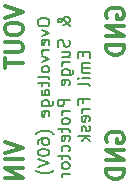
<source format=gbo>
G04 #@! TF.GenerationSoftware,KiCad,Pcbnew,5.0.0-fee4fd1~66~ubuntu16.04.1*
G04 #@! TF.CreationDate,2018-09-22T16:18:32+02:00*
G04 #@! TF.ProjectId,mav_ovp,6D61765F6F76702E6B696361645F7063,rev?*
G04 #@! TF.SameCoordinates,Original*
G04 #@! TF.FileFunction,Legend,Bot*
G04 #@! TF.FilePolarity,Positive*
%FSLAX46Y46*%
G04 Gerber Fmt 4.6, Leading zero omitted, Abs format (unit mm)*
G04 Created by KiCad (PCBNEW 5.0.0-fee4fd1~66~ubuntu16.04.1) date Sat Sep 22 16:18:32 2018*
%MOMM*%
%LPD*%
G01*
G04 APERTURE LIST*
%ADD10C,0.200000*%
%ADD11C,0.300000*%
%ADD12R,1.900000X1.900000*%
G04 APERTURE END LIST*
D10*
X97752380Y-92142857D02*
X97752380Y-92333333D01*
X97800000Y-92428571D01*
X97895238Y-92523809D01*
X98085714Y-92571428D01*
X98419047Y-92571428D01*
X98609523Y-92523809D01*
X98704761Y-92428571D01*
X98752380Y-92333333D01*
X98752380Y-92142857D01*
X98704761Y-92047619D01*
X98609523Y-91952380D01*
X98419047Y-91904761D01*
X98085714Y-91904761D01*
X97895238Y-91952380D01*
X97800000Y-92047619D01*
X97752380Y-92142857D01*
X98085714Y-92904761D02*
X98752380Y-93142857D01*
X98085714Y-93380952D01*
X98704761Y-94142857D02*
X98752380Y-94047619D01*
X98752380Y-93857142D01*
X98704761Y-93761904D01*
X98609523Y-93714285D01*
X98228571Y-93714285D01*
X98133333Y-93761904D01*
X98085714Y-93857142D01*
X98085714Y-94047619D01*
X98133333Y-94142857D01*
X98228571Y-94190476D01*
X98323809Y-94190476D01*
X98419047Y-93714285D01*
X98752380Y-94619047D02*
X98085714Y-94619047D01*
X98276190Y-94619047D02*
X98180952Y-94666666D01*
X98133333Y-94714285D01*
X98085714Y-94809523D01*
X98085714Y-94904761D01*
X98085714Y-95142857D02*
X98752380Y-95380952D01*
X98085714Y-95619047D01*
X98752380Y-96142857D02*
X98704761Y-96047619D01*
X98657142Y-96000000D01*
X98561904Y-95952380D01*
X98276190Y-95952380D01*
X98180952Y-96000000D01*
X98133333Y-96047619D01*
X98085714Y-96142857D01*
X98085714Y-96285714D01*
X98133333Y-96380952D01*
X98180952Y-96428571D01*
X98276190Y-96476190D01*
X98561904Y-96476190D01*
X98657142Y-96428571D01*
X98704761Y-96380952D01*
X98752380Y-96285714D01*
X98752380Y-96142857D01*
X98752380Y-97047619D02*
X98704761Y-96952380D01*
X98609523Y-96904761D01*
X97752380Y-96904761D01*
X98085714Y-97285714D02*
X98085714Y-97666666D01*
X97752380Y-97428571D02*
X98609523Y-97428571D01*
X98704761Y-97476190D01*
X98752380Y-97571428D01*
X98752380Y-97666666D01*
X98752380Y-98428571D02*
X98228571Y-98428571D01*
X98133333Y-98380952D01*
X98085714Y-98285714D01*
X98085714Y-98095238D01*
X98133333Y-98000000D01*
X98704761Y-98428571D02*
X98752380Y-98333333D01*
X98752380Y-98095238D01*
X98704761Y-98000000D01*
X98609523Y-97952380D01*
X98514285Y-97952380D01*
X98419047Y-98000000D01*
X98371428Y-98095238D01*
X98371428Y-98333333D01*
X98323809Y-98428571D01*
X98085714Y-99333333D02*
X98895238Y-99333333D01*
X98990476Y-99285714D01*
X99038095Y-99238095D01*
X99085714Y-99142857D01*
X99085714Y-99000000D01*
X99038095Y-98904761D01*
X98704761Y-99333333D02*
X98752380Y-99238095D01*
X98752380Y-99047619D01*
X98704761Y-98952380D01*
X98657142Y-98904761D01*
X98561904Y-98857142D01*
X98276190Y-98857142D01*
X98180952Y-98904761D01*
X98133333Y-98952380D01*
X98085714Y-99047619D01*
X98085714Y-99238095D01*
X98133333Y-99333333D01*
X98704761Y-100190476D02*
X98752380Y-100095238D01*
X98752380Y-99904761D01*
X98704761Y-99809523D01*
X98609523Y-99761904D01*
X98228571Y-99761904D01*
X98133333Y-99809523D01*
X98085714Y-99904761D01*
X98085714Y-100095238D01*
X98133333Y-100190476D01*
X98228571Y-100238095D01*
X98323809Y-100238095D01*
X98419047Y-99761904D01*
X99133333Y-101714285D02*
X99085714Y-101666666D01*
X98942857Y-101571428D01*
X98847619Y-101523809D01*
X98704761Y-101476190D01*
X98466666Y-101428571D01*
X98276190Y-101428571D01*
X98038095Y-101476190D01*
X97895238Y-101523809D01*
X97800000Y-101571428D01*
X97657142Y-101666666D01*
X97609523Y-101714285D01*
X97752380Y-102523809D02*
X97752380Y-102333333D01*
X97800000Y-102238095D01*
X97847619Y-102190476D01*
X97990476Y-102095238D01*
X98180952Y-102047619D01*
X98561904Y-102047619D01*
X98657142Y-102095238D01*
X98704761Y-102142857D01*
X98752380Y-102238095D01*
X98752380Y-102428571D01*
X98704761Y-102523809D01*
X98657142Y-102571428D01*
X98561904Y-102619047D01*
X98323809Y-102619047D01*
X98228571Y-102571428D01*
X98180952Y-102523809D01*
X98133333Y-102428571D01*
X98133333Y-102238095D01*
X98180952Y-102142857D01*
X98228571Y-102095238D01*
X98323809Y-102047619D01*
X97752380Y-103238095D02*
X97752380Y-103333333D01*
X97800000Y-103428571D01*
X97847619Y-103476190D01*
X97942857Y-103523809D01*
X98133333Y-103571428D01*
X98371428Y-103571428D01*
X98561904Y-103523809D01*
X98657142Y-103476190D01*
X98704761Y-103428571D01*
X98752380Y-103333333D01*
X98752380Y-103238095D01*
X98704761Y-103142857D01*
X98657142Y-103095238D01*
X98561904Y-103047619D01*
X98371428Y-103000000D01*
X98133333Y-103000000D01*
X97942857Y-103047619D01*
X97847619Y-103095238D01*
X97800000Y-103142857D01*
X97752380Y-103238095D01*
X97752380Y-103857142D02*
X98752380Y-104190476D01*
X97752380Y-104523809D01*
X99133333Y-104761904D02*
X99085714Y-104809523D01*
X98942857Y-104904761D01*
X98847619Y-104952380D01*
X98704761Y-105000000D01*
X98466666Y-105047619D01*
X98276190Y-105047619D01*
X98038095Y-105000000D01*
X97895238Y-104952380D01*
X97800000Y-104904761D01*
X97657142Y-104809523D01*
X97609523Y-104761904D01*
X100452380Y-92595238D02*
X100452380Y-92547619D01*
X100404761Y-92452380D01*
X100261904Y-92309523D01*
X99976190Y-92071428D01*
X99833333Y-91976190D01*
X99690476Y-91928571D01*
X99595238Y-91928571D01*
X99500000Y-91976190D01*
X99452380Y-92071428D01*
X99452380Y-92119047D01*
X99500000Y-92214285D01*
X99595238Y-92261904D01*
X99642857Y-92261904D01*
X99738095Y-92214285D01*
X99785714Y-92166666D01*
X99976190Y-91880952D01*
X100023809Y-91833333D01*
X100119047Y-91785714D01*
X100261904Y-91785714D01*
X100357142Y-91833333D01*
X100404761Y-91880952D01*
X100452380Y-91976190D01*
X100452380Y-92119047D01*
X100404761Y-92214285D01*
X100357142Y-92261904D01*
X100166666Y-92404761D01*
X100023809Y-92452380D01*
X99928571Y-92452380D01*
X100404761Y-93738095D02*
X100452380Y-93880952D01*
X100452380Y-94119047D01*
X100404761Y-94214285D01*
X100357142Y-94261904D01*
X100261904Y-94309523D01*
X100166666Y-94309523D01*
X100071428Y-94261904D01*
X100023809Y-94214285D01*
X99976190Y-94119047D01*
X99928571Y-93928571D01*
X99880952Y-93833333D01*
X99833333Y-93785714D01*
X99738095Y-93738095D01*
X99642857Y-93738095D01*
X99547619Y-93785714D01*
X99500000Y-93833333D01*
X99452380Y-93928571D01*
X99452380Y-94166666D01*
X99500000Y-94309523D01*
X99785714Y-95166666D02*
X100452380Y-95166666D01*
X99785714Y-94738095D02*
X100309523Y-94738095D01*
X100404761Y-94785714D01*
X100452380Y-94880952D01*
X100452380Y-95023809D01*
X100404761Y-95119047D01*
X100357142Y-95166666D01*
X100452380Y-95642857D02*
X99785714Y-95642857D01*
X99976190Y-95642857D02*
X99880952Y-95690476D01*
X99833333Y-95738095D01*
X99785714Y-95833333D01*
X99785714Y-95928571D01*
X99785714Y-96690476D02*
X100595238Y-96690476D01*
X100690476Y-96642857D01*
X100738095Y-96595238D01*
X100785714Y-96500000D01*
X100785714Y-96357142D01*
X100738095Y-96261904D01*
X100404761Y-96690476D02*
X100452380Y-96595238D01*
X100452380Y-96404761D01*
X100404761Y-96309523D01*
X100357142Y-96261904D01*
X100261904Y-96214285D01*
X99976190Y-96214285D01*
X99880952Y-96261904D01*
X99833333Y-96309523D01*
X99785714Y-96404761D01*
X99785714Y-96595238D01*
X99833333Y-96690476D01*
X100404761Y-97547619D02*
X100452380Y-97452380D01*
X100452380Y-97261904D01*
X100404761Y-97166666D01*
X100309523Y-97119047D01*
X99928571Y-97119047D01*
X99833333Y-97166666D01*
X99785714Y-97261904D01*
X99785714Y-97452380D01*
X99833333Y-97547619D01*
X99928571Y-97595238D01*
X100023809Y-97595238D01*
X100119047Y-97119047D01*
X100452380Y-98785714D02*
X99452380Y-98785714D01*
X99452380Y-99166666D01*
X99500000Y-99261904D01*
X99547619Y-99309523D01*
X99642857Y-99357142D01*
X99785714Y-99357142D01*
X99880952Y-99309523D01*
X99928571Y-99261904D01*
X99976190Y-99166666D01*
X99976190Y-98785714D01*
X100452380Y-99785714D02*
X99785714Y-99785714D01*
X99976190Y-99785714D02*
X99880952Y-99833333D01*
X99833333Y-99880952D01*
X99785714Y-99976190D01*
X99785714Y-100071428D01*
X100452380Y-100547619D02*
X100404761Y-100452380D01*
X100357142Y-100404761D01*
X100261904Y-100357142D01*
X99976190Y-100357142D01*
X99880952Y-100404761D01*
X99833333Y-100452380D01*
X99785714Y-100547619D01*
X99785714Y-100690476D01*
X99833333Y-100785714D01*
X99880952Y-100833333D01*
X99976190Y-100880952D01*
X100261904Y-100880952D01*
X100357142Y-100833333D01*
X100404761Y-100785714D01*
X100452380Y-100690476D01*
X100452380Y-100547619D01*
X99785714Y-101166666D02*
X99785714Y-101547619D01*
X99452380Y-101309523D02*
X100309523Y-101309523D01*
X100404761Y-101357142D01*
X100452380Y-101452380D01*
X100452380Y-101547619D01*
X100404761Y-102261904D02*
X100452380Y-102166666D01*
X100452380Y-101976190D01*
X100404761Y-101880952D01*
X100309523Y-101833333D01*
X99928571Y-101833333D01*
X99833333Y-101880952D01*
X99785714Y-101976190D01*
X99785714Y-102166666D01*
X99833333Y-102261904D01*
X99928571Y-102309523D01*
X100023809Y-102309523D01*
X100119047Y-101833333D01*
X100404761Y-103166666D02*
X100452380Y-103071428D01*
X100452380Y-102880952D01*
X100404761Y-102785714D01*
X100357142Y-102738095D01*
X100261904Y-102690476D01*
X99976190Y-102690476D01*
X99880952Y-102738095D01*
X99833333Y-102785714D01*
X99785714Y-102880952D01*
X99785714Y-103071428D01*
X99833333Y-103166666D01*
X99785714Y-103452380D02*
X99785714Y-103833333D01*
X99452380Y-103595238D02*
X100309523Y-103595238D01*
X100404761Y-103642857D01*
X100452380Y-103738095D01*
X100452380Y-103833333D01*
X100452380Y-104309523D02*
X100404761Y-104214285D01*
X100357142Y-104166666D01*
X100261904Y-104119047D01*
X99976190Y-104119047D01*
X99880952Y-104166666D01*
X99833333Y-104214285D01*
X99785714Y-104309523D01*
X99785714Y-104452380D01*
X99833333Y-104547619D01*
X99880952Y-104595238D01*
X99976190Y-104642857D01*
X100261904Y-104642857D01*
X100357142Y-104595238D01*
X100404761Y-104547619D01*
X100452380Y-104452380D01*
X100452380Y-104309523D01*
X100452380Y-105071428D02*
X99785714Y-105071428D01*
X99976190Y-105071428D02*
X99880952Y-105119047D01*
X99833333Y-105166666D01*
X99785714Y-105261904D01*
X99785714Y-105357142D01*
X101628571Y-94761904D02*
X101628571Y-95095238D01*
X102152380Y-95238095D02*
X102152380Y-94761904D01*
X101152380Y-94761904D01*
X101152380Y-95238095D01*
X102152380Y-95666666D02*
X101485714Y-95666666D01*
X101580952Y-95666666D02*
X101533333Y-95714285D01*
X101485714Y-95809523D01*
X101485714Y-95952380D01*
X101533333Y-96047619D01*
X101628571Y-96095238D01*
X102152380Y-96095238D01*
X101628571Y-96095238D02*
X101533333Y-96142857D01*
X101485714Y-96238095D01*
X101485714Y-96380952D01*
X101533333Y-96476190D01*
X101628571Y-96523809D01*
X102152380Y-96523809D01*
X102152380Y-97000000D02*
X101485714Y-97000000D01*
X101152380Y-97000000D02*
X101200000Y-96952380D01*
X101247619Y-97000000D01*
X101200000Y-97047619D01*
X101152380Y-97000000D01*
X101247619Y-97000000D01*
X102152380Y-97619047D02*
X102104761Y-97523809D01*
X102009523Y-97476190D01*
X101152380Y-97476190D01*
X101628571Y-99095238D02*
X101628571Y-98761904D01*
X102152380Y-98761904D02*
X101152380Y-98761904D01*
X101152380Y-99238095D01*
X102152380Y-99619047D02*
X101485714Y-99619047D01*
X101676190Y-99619047D02*
X101580952Y-99666666D01*
X101533333Y-99714285D01*
X101485714Y-99809523D01*
X101485714Y-99904761D01*
X102104761Y-100619047D02*
X102152380Y-100523809D01*
X102152380Y-100333333D01*
X102104761Y-100238095D01*
X102009523Y-100190476D01*
X101628571Y-100190476D01*
X101533333Y-100238095D01*
X101485714Y-100333333D01*
X101485714Y-100523809D01*
X101533333Y-100619047D01*
X101628571Y-100666666D01*
X101723809Y-100666666D01*
X101819047Y-100190476D01*
X102104761Y-101047619D02*
X102152380Y-101142857D01*
X102152380Y-101333333D01*
X102104761Y-101428571D01*
X102009523Y-101476190D01*
X101961904Y-101476190D01*
X101866666Y-101428571D01*
X101819047Y-101333333D01*
X101819047Y-101190476D01*
X101771428Y-101095238D01*
X101676190Y-101047619D01*
X101628571Y-101047619D01*
X101533333Y-101095238D01*
X101485714Y-101190476D01*
X101485714Y-101333333D01*
X101533333Y-101428571D01*
X102152380Y-101904761D02*
X101152380Y-101904761D01*
X101771428Y-102000000D02*
X102152380Y-102285714D01*
X101485714Y-102285714D02*
X101866666Y-101904761D01*
D11*
X94978571Y-90857142D02*
X96478571Y-91357142D01*
X94978571Y-91857142D01*
X94978571Y-92642857D02*
X94978571Y-92928571D01*
X95050000Y-93071428D01*
X95192857Y-93214285D01*
X95478571Y-93285714D01*
X95978571Y-93285714D01*
X96264285Y-93214285D01*
X96407142Y-93071428D01*
X96478571Y-92928571D01*
X96478571Y-92642857D01*
X96407142Y-92500000D01*
X96264285Y-92357142D01*
X95978571Y-92285714D01*
X95478571Y-92285714D01*
X95192857Y-92357142D01*
X95050000Y-92500000D01*
X94978571Y-92642857D01*
X94978571Y-93928571D02*
X96192857Y-93928571D01*
X96335714Y-94000000D01*
X96407142Y-94071428D01*
X96478571Y-94214285D01*
X96478571Y-94500000D01*
X96407142Y-94642857D01*
X96335714Y-94714285D01*
X96192857Y-94785714D01*
X94978571Y-94785714D01*
X94978571Y-95285714D02*
X94978571Y-96142857D01*
X96478571Y-95714285D02*
X94978571Y-95714285D01*
X94978571Y-102357142D02*
X96478571Y-102857142D01*
X94978571Y-103357142D01*
X96478571Y-103857142D02*
X94978571Y-103857142D01*
X96478571Y-104571428D02*
X94978571Y-104571428D01*
X96478571Y-105428571D01*
X94978571Y-105428571D01*
X103650000Y-91857142D02*
X103578571Y-91714285D01*
X103578571Y-91500000D01*
X103650000Y-91285714D01*
X103792857Y-91142857D01*
X103935714Y-91071428D01*
X104221428Y-91000000D01*
X104435714Y-91000000D01*
X104721428Y-91071428D01*
X104864285Y-91142857D01*
X105007142Y-91285714D01*
X105078571Y-91500000D01*
X105078571Y-91642857D01*
X105007142Y-91857142D01*
X104935714Y-91928571D01*
X104435714Y-91928571D01*
X104435714Y-91642857D01*
X105078571Y-92571428D02*
X103578571Y-92571428D01*
X105078571Y-93428571D01*
X103578571Y-93428571D01*
X105078571Y-94142857D02*
X103578571Y-94142857D01*
X103578571Y-94500000D01*
X103650000Y-94714285D01*
X103792857Y-94857142D01*
X103935714Y-94928571D01*
X104221428Y-95000000D01*
X104435714Y-95000000D01*
X104721428Y-94928571D01*
X104864285Y-94857142D01*
X105007142Y-94714285D01*
X105078571Y-94500000D01*
X105078571Y-94142857D01*
X103650000Y-102357142D02*
X103578571Y-102214285D01*
X103578571Y-102000000D01*
X103650000Y-101785714D01*
X103792857Y-101642857D01*
X103935714Y-101571428D01*
X104221428Y-101500000D01*
X104435714Y-101500000D01*
X104721428Y-101571428D01*
X104864285Y-101642857D01*
X105007142Y-101785714D01*
X105078571Y-102000000D01*
X105078571Y-102142857D01*
X105007142Y-102357142D01*
X104935714Y-102428571D01*
X104435714Y-102428571D01*
X104435714Y-102142857D01*
X105078571Y-103071428D02*
X103578571Y-103071428D01*
X105078571Y-103928571D01*
X103578571Y-103928571D01*
X105078571Y-104642857D02*
X103578571Y-104642857D01*
X103578571Y-105000000D01*
X103650000Y-105214285D01*
X103792857Y-105357142D01*
X103935714Y-105428571D01*
X104221428Y-105500000D01*
X104435714Y-105500000D01*
X104721428Y-105428571D01*
X104864285Y-105357142D01*
X105007142Y-105214285D01*
X105078571Y-105000000D01*
X105078571Y-104642857D01*
%LPC*%
D12*
G04 #@! TO.C,J4*
X104500000Y-89000000D03*
G04 #@! TD*
G04 #@! TO.C,J3*
X104500000Y-107000000D03*
G04 #@! TD*
G04 #@! TO.C,J2*
X95500000Y-89000000D03*
G04 #@! TD*
G04 #@! TO.C,J1*
X95500000Y-107000000D03*
G04 #@! TD*
M02*

</source>
